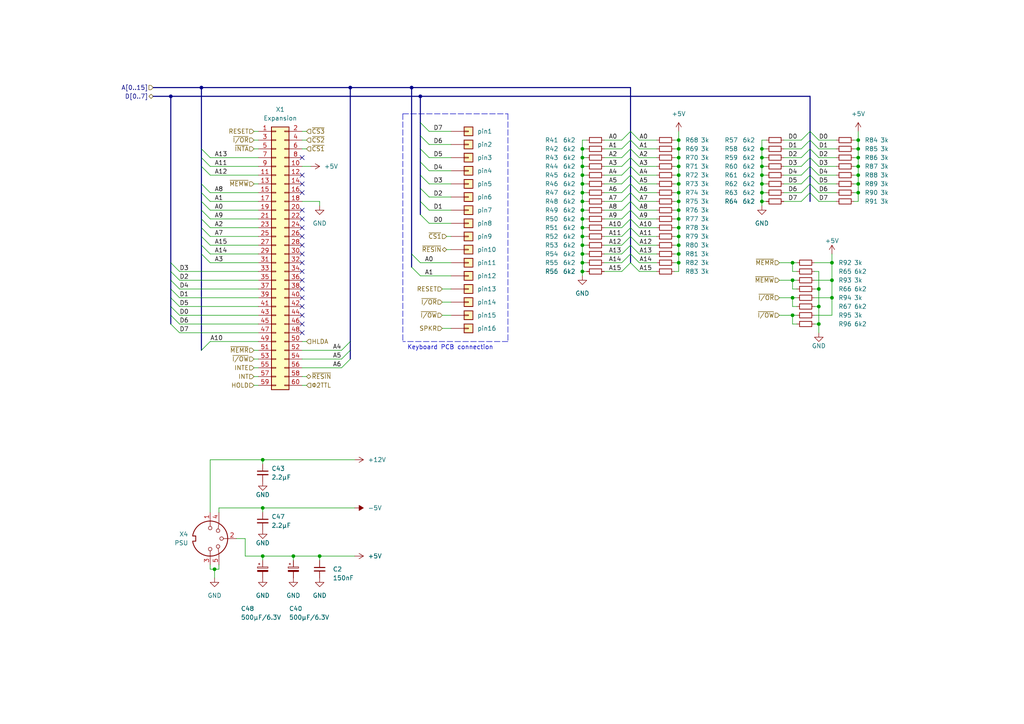
<source format=kicad_sch>
(kicad_sch (version 20211123) (generator eeschema)
  (paper "A4")
  (lib_symbols
    (symbol "Connector:DIN-5_180degree" (pin_names (offset 1.016))
      (property "Reference" "J" (at 3.175 5.715 0))
      (property "Value" "DIN-5_180degree" (at 0 -6.35 0))
      (symbol "DIN-5_180degree_1_1"
        (pin passive line (at -7.62 0 0) (length 2.54) (name "~") (number "1"))
        (pin passive line (at 0 7.62 270) (length 2.54) (name "~") (number "2"))
        (pin passive line (at 7.62 0 180) (length 2.54) (name "~") (number "3"))
        (pin passive line (at -7.62 2.54 0) (length 2.54) (name "~") (number "4"))
        (pin passive line (at 7.62 2.54 180) (length 2.54) (name "~") (number "5"))
      )
    )
    (symbol "Connector_Generic:Conn_01x01" (pin_numbers hide) (pin_names (offset 1.016) hide)
      (property "Reference" "J" (at 0 2.54 0))
      (property "Value" "Conn_01x01" (at 0 -2.54 0))
      (symbol "Conn_01x01_1_1"
        (pin passive line (at -5.08 0 0) (length 3.81) (name "Pin_1") (number "1"))
      )
    )
    (symbol "Connector_Generic:Conn_02x30_Odd_Even" (pin_names (offset 1.016) hide)
      (property "Reference" "J" (at 1.27 38.1 0))
      (property "Value" "Conn_02x30_Odd_Even" (at 1.27 -40.64 0))
      (symbol "Conn_02x30_Odd_Even_1_1"
        (pin passive line (at -5.08 35.56 0) (length 3.81) (name "Pin_1") (number "1"))
        (pin passive line (at 7.62 25.4 180) (length 3.81) (name "Pin_10") (number "10"))
        (pin passive line (at -5.08 22.86 0) (length 3.81) (name "Pin_11") (number "11"))
        (pin passive line (at 7.62 22.86 180) (length 3.81) (name "Pin_12") (number "12"))
        (pin passive line (at -5.08 20.32 0) (length 3.81) (name "Pin_13") (number "13"))
        (pin passive line (at 7.62 20.32 180) (length 3.81) (name "Pin_14") (number "14"))
        (pin passive line (at -5.08 17.78 0) (length 3.81) (name "Pin_15") (number "15"))
        (pin passive line (at 7.62 17.78 180) (length 3.81) (name "Pin_16") (number "16"))
        (pin passive line (at -5.08 15.24 0) (length 3.81) (name "Pin_17") (number "17"))
        (pin passive line (at 7.62 15.24 180) (length 3.81) (name "Pin_18") (number "18"))
        (pin passive line (at -5.08 12.7 0) (length 3.81) (name "Pin_19") (number "19"))
        (pin passive line (at 7.62 35.56 180) (length 3.81) (name "Pin_2") (number "2"))
        (pin passive line (at 7.62 12.7 180) (length 3.81) (name "Pin_20") (number "20"))
        (pin passive line (at -5.08 10.16 0) (length 3.81) (name "Pin_21") (number "21"))
        (pin passive line (at 7.62 10.16 180) (length 3.81) (name "Pin_22") (number "22"))
        (pin passive line (at -5.08 7.62 0) (length 3.81) (name "Pin_23") (number "23"))
        (pin passive line (at 7.62 7.62 180) (length 3.81) (name "Pin_24") (number "24"))
        (pin passive line (at -5.08 5.08 0) (length 3.81) (name "Pin_25") (number "25"))
        (pin passive line (at 7.62 5.08 180) (length 3.81) (name "Pin_26") (number "26"))
        (pin passive line (at -5.08 2.54 0) (length 3.81) (name "Pin_27") (number "27"))
        (pin passive line (at 7.62 2.54 180) (length 3.81) (name "Pin_28") (number "28"))
        (pin passive line (at -5.08 0 0) (length 3.81) (name "Pin_29") (number "29"))
        (pin passive line (at -5.08 33.02 0) (length 3.81) (name "Pin_3") (number "3"))
        (pin passive line (at 7.62 0 180) (length 3.81) (name "Pin_30") (number "30"))
        (pin passive line (at -5.08 -2.54 0) (length 3.81) (name "Pin_31") (number "31"))
        (pin passive line (at 7.62 -2.54 180) (length 3.81) (name "Pin_32") (number "32"))
        (pin passive line (at -5.08 -5.08 0) (length 3.81) (name "Pin_33") (number "33"))
        (pin passive line (at 7.62 -5.08 180) (length 3.81) (name "Pin_34") (number "34"))
        (pin passive line (at -5.08 -7.62 0) (length 3.81) (name "Pin_35") (number "35"))
        (pin passive line (at 7.62 -7.62 180) (length 3.81) (name "Pin_36") (number "36"))
        (pin passive line (at -5.08 -10.16 0) (length 3.81) (name "Pin_37") (number "37"))
        (pin passive line (at 7.62 -10.16 180) (length 3.81) (name "Pin_38") (number "38"))
        (pin passive line (at -5.08 -12.7 0) (length 3.81) (name "Pin_39") (number "39"))
        (pin passive line (at 7.62 33.02 180) (length 3.81) (name "Pin_4") (number "4"))
        (pin passive line (at 7.62 -12.7 180) (length 3.81) (name "Pin_40") (number "40"))
        (pin passive line (at -5.08 -15.24 0) (length 3.81) (name "Pin_41") (number "41"))
        (pin passive line (at 7.62 -15.24 180) (length 3.81) (name "Pin_42") (number "42"))
        (pin passive line (at -5.08 -17.78 0) (length 3.81) (name "Pin_43") (number "43"))
        (pin passive line (at 7.62 -17.78 180) (length 3.81) (name "Pin_44") (number "44"))
        (pin passive line (at -5.08 -20.32 0) (length 3.81) (name "Pin_45") (number "45"))
        (pin passive line (at 7.62 -20.32 180) (length 3.81) (name "Pin_46") (number "46"))
        (pin passive line (at -5.08 -22.86 0) (length 3.81) (name "Pin_47") (number "47"))
        (pin passive line (at 7.62 -22.86 180) (length 3.81) (name "Pin_48") (number "48"))
        (pin passive line (at -5.08 -25.4 0) (length 3.81) (name "Pin_49") (number "49"))
        (pin passive line (at -5.08 30.48 0) (length 3.81) (name "Pin_5") (number "5"))
        (pin passive line (at 7.62 -25.4 180) (length 3.81) (name "Pin_50") (number "50"))
        (pin passive line (at -5.08 -27.94 0) (length 3.81) (name "Pin_51") (number "51"))
        (pin passive line (at 7.62 -27.94 180) (length 3.81) (name "Pin_52") (number "52"))
        (pin passive line (at -5.08 -30.48 0) (length 3.81) (name "Pin_53") (number "53"))
        (pin passive line (at 7.62 -30.48 180) (length 3.81) (name "Pin_54") (number "54"))
        (pin passive line (at -5.08 -33.02 0) (length 3.81) (name "Pin_55") (number "55"))
        (pin passive line (at 7.62 -33.02 180) (length 3.81) (name "Pin_56") (number "56"))
        (pin passive line (at -5.08 -35.56 0) (length 3.81) (name "Pin_57") (number "57"))
        (pin passive line (at 7.62 -35.56 180) (length 3.81) (name "Pin_58") (number "58"))
        (pin passive line (at -5.08 -38.1 0) (length 3.81) (name "Pin_59") (number "59"))
        (pin passive line (at 7.62 30.48 180) (length 3.81) (name "Pin_6") (number "6"))
        (pin passive line (at 7.62 -38.1 180) (length 3.81) (name "Pin_60") (number "60"))
        (pin passive line (at -5.08 27.94 0) (length 3.81) (name "Pin_7") (number "7"))
        (pin passive line (at 7.62 27.94 180) (length 3.81) (name "Pin_8") (number "8"))
        (pin passive line (at -5.08 25.4 0) (length 3.81) (name "Pin_9") (number "9"))
      )
    )
    (symbol "Device:C_Polarized_Small" (pin_numbers hide) (pin_names (offset 0.254) hide)
      (property "Reference" "C" (at 0.254 1.778 0))
      (property "Value" "C_Polarized_Small" (at 0.254 -2.032 0))
      (symbol "C_Polarized_Small_1_1"
        (pin passive line (at 0 2.54 270) (length 1.8542) (name "~") (number "1"))
        (pin passive line (at 0 -2.54 90) (length 1.8542) (name "~") (number "2"))
      )
    )
    (symbol "Device:C_Small" (pin_numbers hide) (pin_names (offset 0.254) hide)
      (property "Reference" "C" (at 0.254 1.778 0))
      (property "Value" "C_Small" (at 0.254 -2.032 0))
      (symbol "C_Small_1_1"
        (pin passive line (at 0 2.54 270) (length 2.032) (name "~") (number "1"))
        (pin passive line (at 0 -2.54 90) (length 2.032) (name "~") (number "2"))
      )
    )
    (symbol "Device:R_Small" (pin_numbers hide) (pin_names (offset 0.254) hide)
      (property "Reference" "R" (at 0.762 0.508 0))
      (property "Value" "R_Small" (at 0.762 -1.016 0))
      (symbol "R_Small_1_1"
        (pin passive line (at 0 2.54 270) (length 0.762) (name "~") (number "1"))
        (pin passive line (at 0 -2.54 90) (length 0.762) (name "~") (number "2"))
      )
    )
    (symbol "power:+12V" (power) (pin_names (offset 0))
      (property "Value" "+12V" (at 0 3.556 0))
      (symbol "+12V_1_1"
        (pin power_in line (at 0 0 90) (length 0) hide (name "+12V") (number "1"))
      )
    )
    (symbol "power:+5V" (power) (pin_names (offset 0))
      (property "Value" "+5V" (at 0 3.556 0))
      (symbol "+5V_1_1"
        (pin power_in line (at 0 0 90) (length 0) hide (name "+5V") (number "1"))
      )
    )
    (symbol "power:-5V" (power) (pin_names (offset 0))
      (property "Value" "-5V" (at 0 3.81 0))
      (symbol "-5V_0_0"
        (pin power_in line (at 0 0 90) (length 0) hide (name "-5V") (number "1"))
      )
    )
    (symbol "power:GND" (power) (pin_names (offset 0))
      (property "Value" "GND" (at 0 -3.81 0))
      (symbol "GND_1_1"
        (pin power_in line (at 0 0 270) (length 0) hide (name "GND") (number "1"))
      )
    )
  )
  (junction (at 229.87 76.2))
  (junction (at 248.92 43.18))
  (junction (at 76.2 147.32))
  (junction (at 248.92 40.64))
  (junction (at 168.91 43.18))
  (junction (at 168.91 76.2))
  (junction (at 121.92 27.94))
  (junction (at 220.98 48.26))
  (junction (at 101.6 25.4))
  (junction (at 119.38 25.4))
  (junction (at 168.91 58.42))
  (junction (at 248.92 55.88))
  (junction (at 241.3 86.36))
  (junction (at 229.87 81.28))
  (junction (at 49.53 27.94))
  (junction (at 168.91 55.88))
  (junction (at 196.85 53.34))
  (junction (at 220.98 45.72))
  (junction (at 168.91 78.74))
  (junction (at 76.2 133.35))
  (junction (at 196.85 73.66))
  (junction (at 62.23 165.1))
  (junction (at 76.2 161.29))
  (junction (at 196.85 58.42))
  (junction (at 168.91 48.26))
  (junction (at 196.85 66.04))
  (junction (at 248.92 53.34))
  (junction (at 168.91 45.72))
  (junction (at 196.85 40.64))
  (junction (at 196.85 43.18))
  (junction (at 85.09 161.29))
  (junction (at 168.91 68.58))
  (junction (at 168.91 73.66))
  (junction (at 220.98 55.88))
  (junction (at 58.42 25.4))
  (junction (at 237.49 83.82))
  (junction (at 229.87 91.44))
  (junction (at 92.71 161.29))
  (junction (at 237.49 93.98))
  (junction (at 241.3 76.2))
  (junction (at 220.98 53.34))
  (junction (at 241.3 81.28))
  (junction (at 168.91 66.04))
  (junction (at 220.98 58.42))
  (junction (at 220.98 50.8))
  (junction (at 248.92 45.72))
  (junction (at 237.49 88.9))
  (junction (at 196.85 68.58))
  (junction (at 229.87 86.36))
  (junction (at 196.85 48.26))
  (junction (at 196.85 60.96))
  (junction (at 248.92 48.26))
  (junction (at 196.85 71.12))
  (junction (at 168.91 50.8))
  (junction (at 196.85 76.2))
  (junction (at 196.85 45.72))
  (junction (at 196.85 50.8))
  (junction (at 196.85 63.5))
  (junction (at 248.92 50.8))
  (junction (at 168.91 53.34))
  (junction (at 168.91 71.12))
  (junction (at 220.98 43.18))
  (junction (at 196.85 55.88))
  (junction (at 168.91 60.96))
  (junction (at 168.91 63.5))
  (no_connect (at 87.63 45.72))
  (no_connect (at 87.63 68.58))
  (no_connect (at 87.63 71.12))
  (no_connect (at 87.63 73.66))
  (no_connect (at 87.63 76.2))
  (no_connect (at 87.63 88.9))
  (no_connect (at 87.63 96.52))
  (no_connect (at 87.63 93.98))
  (no_connect (at 87.63 91.44))
  (no_connect (at 87.63 78.74))
  (no_connect (at 87.63 81.28))
  (no_connect (at 87.63 83.82))
  (no_connect (at 87.63 86.36))
  (no_connect (at 87.63 66.04))
  (no_connect (at 87.63 50.8))
  (no_connect (at 87.63 53.34))
  (no_connect (at 87.63 55.88))
  (no_connect (at 87.63 60.96))
  (no_connect (at 87.63 63.5))
  (bus_entry (at 232.41 43.18) (size 2.54 -2.54))
  (bus_entry (at 58.42 66.04) (size 2.54 2.54))
  (bus_entry (at 182.88 45.72) (size 2.54 2.54))
  (bus_entry (at 58.42 48.26) (size 2.54 2.54))
  (bus_entry (at 182.88 68.58) (size 2.54 2.54))
  (bus_entry (at 58.42 55.88) (size 2.54 2.54))
  (bus_entry (at 121.92 46.99) (size 2.54 2.54))
  (bus_entry (at 58.42 58.42) (size 2.54 2.54))
  (bus_entry (at 182.88 55.88) (size 2.54 2.54))
  (bus_entry (at 234.95 45.72) (size 2.54 2.54))
  (bus_entry (at 182.88 48.26) (size 2.54 2.54))
  (bus_entry (at 180.34 73.66) (size 2.54 -2.54))
  (bus_entry (at 180.34 43.18) (size 2.54 -2.54))
  (bus_entry (at 234.95 50.8) (size 2.54 2.54))
  (bus_entry (at 180.34 66.04) (size 2.54 -2.54))
  (bus_entry (at 182.88 73.66) (size 2.54 2.54))
  (bus_entry (at 232.41 58.42) (size 2.54 -2.54))
  (bus_entry (at 58.42 73.66) (size 2.54 2.54))
  (bus_entry (at 232.41 55.88) (size 2.54 -2.54))
  (bus_entry (at 234.95 40.64) (size 2.54 2.54))
  (bus_entry (at 49.53 76.2) (size 2.54 2.54))
  (bus_entry (at 58.42 63.5) (size 2.54 2.54))
  (bus_entry (at 58.42 43.18) (size 2.54 2.54))
  (bus_entry (at 182.88 60.96) (size 2.54 2.54))
  (bus_entry (at 180.34 58.42) (size 2.54 -2.54))
  (bus_entry (at 101.6 99.06) (size -2.54 2.54))
  (bus_entry (at 180.34 48.26) (size 2.54 -2.54))
  (bus_entry (at 101.6 104.14) (size -2.54 2.54))
  (bus_entry (at 49.53 86.36) (size 2.54 2.54))
  (bus_entry (at 180.34 55.88) (size 2.54 -2.54))
  (bus_entry (at 234.95 55.88) (size 2.54 2.54))
  (bus_entry (at 182.88 76.2) (size 2.54 2.54))
  (bus_entry (at 49.53 91.44) (size 2.54 2.54))
  (bus_entry (at 234.95 48.26) (size 2.54 2.54))
  (bus_entry (at 180.34 60.96) (size 2.54 -2.54))
  (bus_entry (at 180.34 45.72) (size 2.54 -2.54))
  (bus_entry (at 182.88 58.42) (size 2.54 2.54))
  (bus_entry (at 58.42 53.34) (size 2.54 2.54))
  (bus_entry (at 49.53 81.28) (size 2.54 2.54))
  (bus_entry (at 180.34 40.64) (size 2.54 -2.54))
  (bus_entry (at 182.88 66.04) (size 2.54 2.54))
  (bus_entry (at 121.92 58.42) (size 2.54 2.54))
  (bus_entry (at 234.95 43.18) (size 2.54 2.54))
  (bus_entry (at 232.41 50.8) (size 2.54 -2.54))
  (bus_entry (at 232.41 48.26) (size 2.54 -2.54))
  (bus_entry (at 180.34 78.74) (size 2.54 -2.54))
  (bus_entry (at 101.6 101.6) (size -2.54 2.54))
  (bus_entry (at 232.41 40.64) (size 2.54 -2.54))
  (bus_entry (at 121.92 39.37) (size 2.54 2.54))
  (bus_entry (at 180.34 53.34) (size 2.54 -2.54))
  (bus_entry (at 234.95 38.1) (size 2.54 2.54))
  (bus_entry (at 49.53 78.74) (size 2.54 2.54))
  (bus_entry (at 121.92 62.23) (size 2.54 2.54))
  (bus_entry (at 234.95 53.34) (size 2.54 2.54))
  (bus_entry (at 49.53 93.98) (size 2.54 2.54))
  (bus_entry (at 121.92 50.8) (size 2.54 2.54))
  (bus_entry (at 182.88 71.12) (size 2.54 2.54))
  (bus_entry (at 121.92 35.56) (size 2.54 2.54))
  (bus_entry (at 121.92 43.18) (size 2.54 2.54))
  (bus_entry (at 180.34 50.8) (size 2.54 -2.54))
  (bus_entry (at 232.41 53.34) (size 2.54 -2.54))
  (bus_entry (at 58.42 71.12) (size 2.54 2.54))
  (bus_entry (at 180.34 76.2) (size 2.54 -2.54))
  (bus_entry (at 180.34 71.12) (size 2.54 -2.54))
  (bus_entry (at 182.88 50.8) (size 2.54 2.54))
  (bus_entry (at 119.38 73.66) (size 2.54 2.54))
  (bus_entry (at 119.38 77.47) (size 2.54 2.54))
  (bus_entry (at 232.41 45.72) (size 2.54 -2.54))
  (bus_entry (at 182.88 63.5) (size 2.54 2.54))
  (bus_entry (at 58.42 101.6) (size 2.54 -2.54))
  (bus_entry (at 180.34 68.58) (size 2.54 -2.54))
  (bus_entry (at 58.42 60.96) (size 2.54 2.54))
  (bus_entry (at 182.88 53.34) (size 2.54 2.54))
  (bus_entry (at 182.88 38.1) (size 2.54 2.54))
  (bus_entry (at 180.34 63.5) (size 2.54 -2.54))
  (bus_entry (at 182.88 40.64) (size 2.54 2.54))
  (bus_entry (at 121.92 54.61) (size 2.54 2.54))
  (bus_entry (at 58.42 45.72) (size 2.54 2.54))
  (bus_entry (at 49.53 83.82) (size 2.54 2.54))
  (bus_entry (at 182.88 43.18) (size 2.54 2.54))
  (bus_entry (at 49.53 88.9) (size 2.54 2.54))
  (bus_entry (at 58.42 68.58) (size 2.54 2.54))
  (polyline (pts (xy 147.32 99.06) (xy 116.84 99.06)))
  (wire (pts (xy 222.25 50.8) (xy 220.98 50.8)))
  (wire (pts (xy 73.66 104.14) (xy 74.93 104.14)))
  (wire (pts (xy 195.58 66.04) (xy 196.85 66.04)))
  (bus (pts (xy 234.95 53.34) (xy 234.95 50.8)))
  (wire (pts (xy 76.2 147.32) (xy 102.87 147.32)))
  (wire (pts (xy 222.25 53.34) (xy 220.98 53.34)))
  (wire (pts (xy 76.2 147.32) (xy 76.2 148.59)))
  (bus (pts (xy 182.88 71.12) (xy 182.88 68.58)))
  (wire (pts (xy 52.07 91.44) (xy 74.93 91.44)))
  (bus (pts (xy 182.88 50.8) (xy 182.88 48.26)))
  (wire (pts (xy 60.96 45.72) (xy 74.93 45.72)))
  (wire (pts (xy 175.26 76.2) (xy 180.34 76.2)))
  (wire (pts (xy 60.96 48.26) (xy 74.93 48.26)))
  (bus (pts (xy 182.88 58.42) (xy 182.88 55.88)))
  (wire (pts (xy 60.96 71.12) (xy 74.93 71.12)))
  (wire (pts (xy 62.23 165.1) (xy 63.5 165.1)))
  (wire (pts (xy 73.66 111.76) (xy 74.93 111.76)))
  (wire (pts (xy 195.58 63.5) (xy 196.85 63.5)))
  (wire (pts (xy 196.85 76.2) (xy 196.85 73.66)))
  (wire (pts (xy 73.66 53.34) (xy 74.93 53.34)))
  (wire (pts (xy 185.42 43.18) (xy 190.5 43.18)))
  (wire (pts (xy 63.5 147.32) (xy 76.2 147.32)))
  (wire (pts (xy 247.65 43.18) (xy 248.92 43.18)))
  (bus (pts (xy 182.88 68.58) (xy 182.88 66.04)))
  (wire (pts (xy 60.96 73.66) (xy 74.93 73.66)))
  (wire (pts (xy 71.12 156.21) (xy 71.12 161.29)))
  (wire (pts (xy 196.85 45.72) (xy 196.85 43.18)))
  (wire (pts (xy 195.58 55.88) (xy 196.85 55.88)))
  (wire (pts (xy 229.87 91.44) (xy 229.87 93.98)))
  (wire (pts (xy 60.96 60.96) (xy 74.93 60.96)))
  (wire (pts (xy 195.58 76.2) (xy 196.85 76.2)))
  (wire (pts (xy 129.54 68.58) (xy 130.81 68.58)))
  (wire (pts (xy 241.3 81.28) (xy 241.3 76.2)))
  (wire (pts (xy 220.98 58.42) (xy 220.98 59.69)))
  (wire (pts (xy 229.87 91.44) (xy 231.14 91.44)))
  (wire (pts (xy 87.63 38.1) (xy 88.9 38.1)))
  (wire (pts (xy 85.09 162.56) (xy 85.09 161.29)))
  (wire (pts (xy 52.07 83.82) (xy 74.93 83.82)))
  (wire (pts (xy 248.92 40.64) (xy 247.65 40.64)))
  (wire (pts (xy 60.96 66.04) (xy 74.93 66.04)))
  (wire (pts (xy 168.91 66.04) (xy 170.18 66.04)))
  (wire (pts (xy 87.63 40.64) (xy 88.9 40.64)))
  (wire (pts (xy 237.49 83.82) (xy 237.49 88.9)))
  (wire (pts (xy 175.26 48.26) (xy 180.34 48.26)))
  (wire (pts (xy 226.06 81.28) (xy 229.87 81.28)))
  (bus (pts (xy 58.42 60.96) (xy 58.42 58.42)))
  (wire (pts (xy 195.58 58.42) (xy 196.85 58.42)))
  (wire (pts (xy 62.23 165.1) (xy 62.23 167.64)))
  (wire (pts (xy 196.85 73.66) (xy 196.85 71.12)))
  (wire (pts (xy 76.2 162.56) (xy 76.2 161.29)))
  (wire (pts (xy 185.42 40.64) (xy 190.5 40.64)))
  (wire (pts (xy 220.98 50.8) (xy 220.98 53.34)))
  (wire (pts (xy 195.58 68.58) (xy 196.85 68.58)))
  (wire (pts (xy 236.22 93.98) (xy 237.49 93.98)))
  (wire (pts (xy 236.22 91.44) (xy 241.3 91.44)))
  (bus (pts (xy 121.92 58.42) (xy 121.92 62.23)))
  (wire (pts (xy 68.58 156.21) (xy 71.12 156.21)))
  (bus (pts (xy 58.42 53.34) (xy 58.42 48.26)))
  (bus (pts (xy 49.53 81.28) (xy 49.53 78.74)))
  (wire (pts (xy 195.58 43.18) (xy 196.85 43.18)))
  (wire (pts (xy 195.58 78.74) (xy 196.85 78.74)))
  (wire (pts (xy 185.42 53.34) (xy 190.5 53.34)))
  (wire (pts (xy 185.42 73.66) (xy 190.5 73.66)))
  (wire (pts (xy 196.85 43.18) (xy 196.85 40.64)))
  (wire (pts (xy 73.66 38.1) (xy 74.93 38.1)))
  (wire (pts (xy 236.22 76.2) (xy 241.3 76.2)))
  (wire (pts (xy 52.07 96.52) (xy 74.93 96.52)))
  (polyline (pts (xy 116.84 33.02) (xy 147.32 33.02)))
  (wire (pts (xy 185.42 71.12) (xy 190.5 71.12)))
  (wire (pts (xy 222.25 55.88) (xy 220.98 55.88)))
  (wire (pts (xy 241.3 81.28) (xy 241.3 86.36)))
  (wire (pts (xy 60.96 163.83) (xy 60.96 165.1)))
  (wire (pts (xy 247.65 45.72) (xy 248.92 45.72)))
  (wire (pts (xy 196.85 71.12) (xy 196.85 68.58)))
  (wire (pts (xy 236.22 81.28) (xy 241.3 81.28)))
  (wire (pts (xy 196.85 53.34) (xy 196.85 50.8)))
  (bus (pts (xy 234.95 45.72) (xy 234.95 43.18)))
  (wire (pts (xy 175.26 40.64) (xy 180.34 40.64)))
  (wire (pts (xy 92.71 161.29) (xy 92.71 162.56)))
  (bus (pts (xy 121.92 39.37) (xy 121.92 43.18)))
  (wire (pts (xy 231.14 78.74) (xy 229.87 78.74)))
  (wire (pts (xy 185.42 48.26) (xy 190.5 48.26)))
  (wire (pts (xy 175.26 68.58) (xy 180.34 68.58)))
  (wire (pts (xy 196.85 50.8) (xy 196.85 48.26)))
  (wire (pts (xy 124.46 38.1) (xy 130.81 38.1)))
  (bus (pts (xy 234.95 38.1) (xy 234.95 27.94)))
  (wire (pts (xy 124.46 45.72) (xy 130.81 45.72)))
  (wire (pts (xy 73.66 101.6) (xy 74.93 101.6)))
  (bus (pts (xy 234.95 43.18) (xy 234.95 40.64)))
  (wire (pts (xy 195.58 45.72) (xy 196.85 45.72)))
  (wire (pts (xy 76.2 133.35) (xy 102.87 133.35)))
  (wire (pts (xy 248.92 58.42) (xy 248.92 55.88)))
  (bus (pts (xy 49.53 27.94) (xy 121.92 27.94)))
  (wire (pts (xy 168.91 71.12) (xy 170.18 71.12)))
  (wire (pts (xy 185.42 50.8) (xy 190.5 50.8)))
  (wire (pts (xy 168.91 53.34) (xy 168.91 55.88)))
  (wire (pts (xy 76.2 161.29) (xy 85.09 161.29)))
  (wire (pts (xy 60.96 50.8) (xy 74.93 50.8)))
  (wire (pts (xy 168.91 55.88) (xy 168.91 58.42)))
  (wire (pts (xy 168.91 48.26) (xy 168.91 50.8)))
  (wire (pts (xy 196.85 55.88) (xy 196.85 53.34)))
  (wire (pts (xy 87.63 111.76) (xy 88.9 111.76)))
  (wire (pts (xy 168.91 58.42) (xy 168.91 60.96)))
  (wire (pts (xy 168.91 76.2) (xy 170.18 76.2)))
  (wire (pts (xy 52.07 86.36) (xy 74.93 86.36)))
  (wire (pts (xy 185.42 55.88) (xy 190.5 55.88)))
  (wire (pts (xy 195.58 53.34) (xy 196.85 53.34)))
  (wire (pts (xy 226.06 86.36) (xy 229.87 86.36)))
  (wire (pts (xy 168.91 78.74) (xy 170.18 78.74)))
  (bus (pts (xy 58.42 71.12) (xy 58.42 68.58)))
  (wire (pts (xy 220.98 53.34) (xy 220.98 55.88)))
  (bus (pts (xy 182.88 25.4) (xy 119.38 25.4)))
  (wire (pts (xy 247.65 55.88) (xy 248.92 55.88)))
  (wire (pts (xy 185.42 68.58) (xy 190.5 68.58)))
  (bus (pts (xy 49.53 93.98) (xy 49.53 91.44)))
  (polyline (pts (xy 116.84 33.02) (xy 116.84 99.06)))
  (wire (pts (xy 231.14 83.82) (xy 229.87 83.82)))
  (wire (pts (xy 175.26 50.8) (xy 180.34 50.8)))
  (wire (pts (xy 195.58 73.66) (xy 196.85 73.66)))
  (wire (pts (xy 247.65 48.26) (xy 248.92 48.26)))
  (bus (pts (xy 121.92 43.18) (xy 121.92 46.99)))
  (bus (pts (xy 182.88 73.66) (xy 182.88 71.12)))
  (wire (pts (xy 87.63 43.18) (xy 88.9 43.18)))
  (bus (pts (xy 49.53 78.74) (xy 49.53 76.2)))
  (wire (pts (xy 196.85 66.04) (xy 196.85 63.5)))
  (wire (pts (xy 170.18 55.88) (xy 168.91 55.88)))
  (bus (pts (xy 49.53 76.2) (xy 49.53 27.94)))
  (bus (pts (xy 58.42 45.72) (xy 58.42 43.18)))
  (wire (pts (xy 247.65 58.42) (xy 248.92 58.42)))
  (wire (pts (xy 52.07 78.74) (xy 74.93 78.74)))
  (wire (pts (xy 222.25 43.18) (xy 220.98 43.18)))
  (wire (pts (xy 236.22 88.9) (xy 237.49 88.9)))
  (wire (pts (xy 170.18 40.64) (xy 168.91 40.64)))
  (wire (pts (xy 129.54 72.39) (xy 130.81 72.39)))
  (wire (pts (xy 220.98 43.18) (xy 220.98 45.72)))
  (wire (pts (xy 76.2 133.35) (xy 76.2 134.62)))
  (wire (pts (xy 241.3 76.2) (xy 241.3 73.66)))
  (wire (pts (xy 248.92 45.72) (xy 248.92 43.18)))
  (wire (pts (xy 196.85 38.1) (xy 196.85 40.64)))
  (wire (pts (xy 222.25 58.42) (xy 220.98 58.42)))
  (bus (pts (xy 49.53 88.9) (xy 49.53 86.36)))
  (wire (pts (xy 168.91 63.5) (xy 168.91 66.04)))
  (wire (pts (xy 175.26 71.12) (xy 180.34 71.12)))
  (wire (pts (xy 168.91 43.18) (xy 168.91 45.72)))
  (wire (pts (xy 92.71 161.29) (xy 102.87 161.29)))
  (bus (pts (xy 121.92 54.61) (xy 121.92 58.42)))
  (wire (pts (xy 248.92 48.26) (xy 248.92 45.72)))
  (wire (pts (xy 237.49 93.98) (xy 237.49 96.52)))
  (wire (pts (xy 73.66 43.18) (xy 74.93 43.18)))
  (wire (pts (xy 227.33 53.34) (xy 232.41 53.34)))
  (wire (pts (xy 168.91 60.96) (xy 168.91 63.5)))
  (wire (pts (xy 170.18 58.42) (xy 168.91 58.42)))
  (wire (pts (xy 128.27 83.82) (xy 130.81 83.82)))
  (wire (pts (xy 168.91 66.04) (xy 168.91 68.58)))
  (bus (pts (xy 58.42 73.66) (xy 58.42 71.12)))
  (wire (pts (xy 220.98 45.72) (xy 220.98 48.26)))
  (wire (pts (xy 226.06 76.2) (xy 229.87 76.2)))
  (wire (pts (xy 185.42 60.96) (xy 190.5 60.96)))
  (bus (pts (xy 182.88 53.34) (xy 182.88 50.8)))
  (bus (pts (xy 182.88 66.04) (xy 182.88 63.5)))
  (wire (pts (xy 170.18 48.26) (xy 168.91 48.26)))
  (wire (pts (xy 60.96 63.5) (xy 74.93 63.5)))
  (wire (pts (xy 247.65 50.8) (xy 248.92 50.8)))
  (wire (pts (xy 248.92 55.88) (xy 248.92 53.34)))
  (bus (pts (xy 101.6 99.06) (xy 101.6 25.4)))
  (wire (pts (xy 170.18 53.34) (xy 168.91 53.34)))
  (wire (pts (xy 168.91 50.8) (xy 168.91 53.34)))
  (bus (pts (xy 121.92 27.94) (xy 121.92 35.56)))
  (wire (pts (xy 195.58 71.12) (xy 196.85 71.12)))
  (bus (pts (xy 49.53 91.44) (xy 49.53 88.9)))
  (wire (pts (xy 185.42 45.72) (xy 190.5 45.72)))
  (wire (pts (xy 168.91 78.74) (xy 168.91 80.01)))
  (wire (pts (xy 229.87 76.2) (xy 231.14 76.2)))
  (bus (pts (xy 101.6 25.4) (xy 58.42 25.4)))
  (bus (pts (xy 121.92 46.99) (xy 121.92 50.8)))
  (wire (pts (xy 168.91 76.2) (xy 168.91 78.74)))
  (wire (pts (xy 124.46 53.34) (xy 130.81 53.34)))
  (wire (pts (xy 170.18 60.96) (xy 168.91 60.96)))
  (wire (pts (xy 87.63 48.26) (xy 90.17 48.26)))
  (wire (pts (xy 248.92 43.18) (xy 248.92 40.64)))
  (wire (pts (xy 52.07 81.28) (xy 74.93 81.28)))
  (bus (pts (xy 182.88 76.2) (xy 182.88 73.66)))
  (wire (pts (xy 73.66 106.68) (xy 74.93 106.68)))
  (wire (pts (xy 196.85 58.42) (xy 196.85 55.88)))
  (wire (pts (xy 87.63 99.06) (xy 88.9 99.06)))
  (wire (pts (xy 227.33 43.18) (xy 232.41 43.18)))
  (wire (pts (xy 220.98 55.88) (xy 220.98 58.42)))
  (wire (pts (xy 73.66 109.22) (xy 74.93 109.22)))
  (wire (pts (xy 168.91 73.66) (xy 168.91 76.2)))
  (wire (pts (xy 185.42 58.42) (xy 190.5 58.42)))
  (wire (pts (xy 128.27 95.25) (xy 130.81 95.25)))
  (wire (pts (xy 231.14 93.98) (xy 229.87 93.98)))
  (wire (pts (xy 248.92 38.1) (xy 248.92 40.64)))
  (wire (pts (xy 237.49 53.34) (xy 242.57 53.34)))
  (wire (pts (xy 124.46 41.91) (xy 130.81 41.91)))
  (wire (pts (xy 185.42 63.5) (xy 190.5 63.5)))
  (wire (pts (xy 248.92 53.34) (xy 248.92 50.8)))
  (wire (pts (xy 222.25 48.26) (xy 220.98 48.26)))
  (wire (pts (xy 237.49 43.18) (xy 242.57 43.18)))
  (wire (pts (xy 196.85 60.96) (xy 196.85 58.42)))
  (bus (pts (xy 58.42 55.88) (xy 58.42 53.34)))
  (wire (pts (xy 52.07 88.9) (xy 74.93 88.9)))
  (wire (pts (xy 237.49 78.74) (xy 237.49 83.82)))
  (bus (pts (xy 119.38 77.47) (xy 119.38 73.66)))
  (wire (pts (xy 237.49 58.42) (xy 242.57 58.42)))
  (wire (pts (xy 168.91 40.64) (xy 168.91 43.18)))
  (bus (pts (xy 101.6 104.14) (xy 101.6 101.6)))
  (wire (pts (xy 63.5 148.59) (xy 63.5 147.32)))
  (wire (pts (xy 195.58 48.26) (xy 196.85 48.26)))
  (wire (pts (xy 168.91 68.58) (xy 170.18 68.58)))
  (bus (pts (xy 182.88 43.18) (xy 182.88 40.64)))
  (wire (pts (xy 229.87 83.82) (xy 229.87 81.28)))
  (bus (pts (xy 234.95 50.8) (xy 234.95 48.26)))
  (wire (pts (xy 128.27 87.63) (xy 130.81 87.63)))
  (wire (pts (xy 241.3 86.36) (xy 241.3 91.44)))
  (wire (pts (xy 60.96 76.2) (xy 74.93 76.2)))
  (wire (pts (xy 60.96 165.1) (xy 62.23 165.1)))
  (wire (pts (xy 229.87 86.36) (xy 229.87 88.9)))
  (bus (pts (xy 182.88 40.64) (xy 182.88 38.1)))
  (bus (pts (xy 182.88 60.96) (xy 182.88 58.42)))
  (wire (pts (xy 60.96 148.59) (xy 60.96 133.35)))
  (wire (pts (xy 121.92 76.2) (xy 130.81 76.2)))
  (wire (pts (xy 196.85 48.26) (xy 196.85 45.72)))
  (bus (pts (xy 58.42 68.58) (xy 58.42 66.04)))
  (wire (pts (xy 222.25 40.64) (xy 220.98 40.64)))
  (wire (pts (xy 237.49 50.8) (xy 242.57 50.8)))
  (wire (pts (xy 124.46 60.96) (xy 130.81 60.96)))
  (bus (pts (xy 58.42 48.26) (xy 58.42 45.72)))
  (wire (pts (xy 229.87 78.74) (xy 229.87 76.2)))
  (wire (pts (xy 85.09 161.29) (xy 92.71 161.29)))
  (wire (pts (xy 185.42 66.04) (xy 190.5 66.04)))
  (wire (pts (xy 73.66 40.64) (xy 74.93 40.64)))
  (bus (pts (xy 58.42 58.42) (xy 58.42 55.88)))
  (wire (pts (xy 168.91 73.66) (xy 170.18 73.66)))
  (polyline (pts (xy 147.32 33.02) (xy 147.32 99.06)))
  (wire (pts (xy 231.14 88.9) (xy 229.87 88.9)))
  (wire (pts (xy 175.26 66.04) (xy 180.34 66.04)))
  (wire (pts (xy 87.63 101.6) (xy 99.06 101.6)))
  (wire (pts (xy 124.46 49.53) (xy 130.81 49.53)))
  (bus (pts (xy 58.42 63.5) (xy 58.42 60.96)))
  (wire (pts (xy 222.25 45.72) (xy 220.98 45.72)))
  (wire (pts (xy 196.85 78.74) (xy 196.85 76.2)))
  (bus (pts (xy 182.88 63.5) (xy 182.88 60.96)))
  (wire (pts (xy 175.26 63.5) (xy 180.34 63.5)))
  (bus (pts (xy 182.88 48.26) (xy 182.88 45.72)))
  (wire (pts (xy 247.65 53.34) (xy 248.92 53.34)))
  (bus (pts (xy 49.53 86.36) (xy 49.53 83.82)))
  (wire (pts (xy 60.96 58.42) (xy 74.93 58.42)))
  (bus (pts (xy 234.95 55.88) (xy 234.95 53.34)))
  (wire (pts (xy 196.85 63.5) (xy 196.85 60.96)))
  (wire (pts (xy 227.33 40.64) (xy 232.41 40.64)))
  (bus (pts (xy 44.45 25.4) (xy 58.42 25.4)))
  (wire (pts (xy 227.33 50.8) (xy 232.41 50.8)))
  (bus (pts (xy 182.88 55.88) (xy 182.88 53.34)))
  (wire (pts (xy 237.49 55.88) (xy 242.57 55.88)))
  (wire (pts (xy 227.33 55.88) (xy 232.41 55.88)))
  (wire (pts (xy 175.26 60.96) (xy 180.34 60.96)))
  (bus (pts (xy 58.42 66.04) (xy 58.42 63.5)))
  (bus (pts (xy 182.88 38.1) (xy 182.88 25.4)))
  (bus (pts (xy 234.95 27.94) (xy 121.92 27.94)))
  (wire (pts (xy 60.96 55.88) (xy 74.93 55.88)))
  (wire (pts (xy 229.87 86.36) (xy 231.14 86.36)))
  (wire (pts (xy 60.96 68.58) (xy 74.93 68.58)))
  (bus (pts (xy 119.38 25.4) (xy 101.6 25.4)))
  (wire (pts (xy 185.42 78.74) (xy 190.5 78.74)))
  (wire (pts (xy 195.58 50.8) (xy 196.85 50.8)))
  (wire (pts (xy 92.71 59.69) (xy 92.71 58.42)))
  (wire (pts (xy 128.27 91.44) (xy 130.81 91.44)))
  (wire (pts (xy 248.92 50.8) (xy 248.92 48.26)))
  (wire (pts (xy 168.91 71.12) (xy 168.91 73.66)))
  (wire (pts (xy 168.91 68.58) (xy 168.91 71.12)))
  (wire (pts (xy 196.85 40.64) (xy 195.58 40.64)))
  (wire (pts (xy 87.63 109.22) (xy 88.9 109.22)))
  (wire (pts (xy 229.87 81.28) (xy 231.14 81.28)))
  (wire (pts (xy 121.92 80.01) (xy 130.81 80.01)))
  (wire (pts (xy 236.22 78.74) (xy 237.49 78.74)))
  (wire (pts (xy 52.07 93.98) (xy 74.93 93.98)))
  (wire (pts (xy 63.5 165.1) (xy 63.5 163.83)))
  (wire (pts (xy 60.96 99.06) (xy 74.93 99.06)))
  (wire (pts (xy 227.33 45.72) (xy 232.41 45.72)))
  (wire (pts (xy 168.91 63.5) (xy 170.18 63.5)))
  (wire (pts (xy 220.98 40.64) (xy 220.98 43.18)))
  (wire (pts (xy 237.49 88.9) (xy 237.49 93.98)))
  (bus (pts (xy 44.45 27.94) (xy 49.53 27.94)))
  (bus (pts (xy 234.95 48.26) (xy 234.95 45.72)))
  (wire (pts (xy 71.12 161.29) (xy 76.2 161.29)))
  (wire (pts (xy 236.22 83.82) (xy 237.49 83.82)))
  (wire (pts (xy 170.18 45.72) (xy 168.91 45.72)))
  (wire (pts (xy 175.26 73.66) (xy 180.34 73.66)))
  (bus (pts (xy 182.88 45.72) (xy 182.88 43.18)))
  (wire (pts (xy 175.26 78.74) (xy 180.34 78.74)))
  (bus (pts (xy 121.92 50.8) (xy 121.92 54.61)))
  (wire (pts (xy 237.49 40.64) (xy 242.57 40.64)))
  (wire (pts (xy 226.06 91.44) (xy 229.87 91.44)))
  (wire (pts (xy 195.58 60.96) (xy 196.85 60.96)))
  (wire (pts (xy 124.46 57.15) (xy 130.81 57.15)))
  (wire (pts (xy 170.18 43.18) (xy 168.91 43.18)))
  (bus (pts (xy 49.53 83.82) (xy 49.53 81.28)))
  (bus (pts (xy 58.42 43.18) (xy 58.42 25.4)))
  (wire (pts (xy 175.26 45.72) (xy 180.34 45.72)))
  (bus (pts (xy 101.6 101.6) (xy 101.6 99.06)))
  (wire (pts (xy 175.26 53.34) (xy 180.34 53.34)))
  (wire (pts (xy 220.98 48.26) (xy 220.98 50.8)))
  (wire (pts (xy 92.71 58.42) (xy 87.63 58.42)))
  (bus (pts (xy 121.92 35.56) (xy 121.92 39.37)))
  (wire (pts (xy 236.22 86.36) (xy 241.3 86.36)))
  (wire (pts (xy 237.49 48.26) (xy 242.57 48.26)))
  (wire (pts (xy 227.33 48.26) (xy 232.41 48.26)))
  (bus (pts (xy 234.95 40.64) (xy 234.95 38.1)))
  (wire (pts (xy 175.26 43.18) (xy 180.34 43.18)))
  (wire (pts (xy 237.49 45.72) (xy 242.57 45.72)))
  (wire (pts (xy 170.18 50.8) (xy 168.91 50.8)))
  (bus (pts (xy 119.38 73.66) (xy 119.38 25.4)))
  (wire (pts (xy 185.42 76.2) (xy 190.5 76.2)))
  (bus (pts (xy 234.95 58.42) (xy 234.95 55.88)))
  (wire (pts (xy 175.26 55.88) (xy 180.34 55.88)))
  (wire (pts (xy 60.96 133.35) (xy 76.2 133.35)))
  (wire (pts (xy 227.33 58.42) (xy 232.41 58.42)))
  (wire (pts (xy 87.63 106.68) (xy 99.06 106.68)))
  (bus (pts (xy 58.42 73.66) (xy 58.42 101.6)))
  (wire (pts (xy 87.63 104.14) (xy 99.06 104.14)))
  (wire (pts (xy 124.46 64.77) (xy 130.81 64.77)))
  (wire (pts (xy 196.85 68.58) (xy 196.85 66.04)))
  (wire (pts (xy 175.26 58.42) (xy 180.34 58.42)))
  (wire (pts (xy 168.91 45.72) (xy 168.91 48.26)))
  (text "Keyboard PCB connection" (at 118.11 101.6 0) (effects (font (size 1.27 1.27)) (justify left bottom)))
  (label "A11" (at 185.42 68.58 0))
  (label "A1" (at 185.42 43.18 0))
  (label "D2" (at 125.73 57.15 0))
  (label "A12" (at 185.42 71.12 0))
  (label "D7" (at 52.07 96.52 0))
  (label "A6" (at 96.52 106.68 0))
  (label "D3" (at 228.6 48.26 0))
  (label "D6" (at 125.73 41.91 0))
  (label "D0" (at 228.6 40.64 0))
  (label "A5" (at 176.53 53.34 0))
  (label "A0" (at 62.23 60.96 0))
  (label "A2" (at 176.53 45.72 0))
  (label "A3" (at 185.42 48.26 0))
  (label "D2" (at 52.07 81.28 0))
  (label "D0" (at 52.07 91.44 0))
  (label "A8" (at 176.53 60.96 0))
  (label "D6" (at 52.07 93.98 0))
  (label "A7" (at 62.23 68.58 0))
  (label "D1" (at 125.73 60.96 0))
  (label "D3" (at 52.07 78.74 0))
  (label "A2" (at 62.23 66.04 0))
  (label "A0" (at 185.42 40.64 0))
  (label "A15" (at 185.42 78.74 0))
  (label "A4" (at 185.42 50.8 0))
  (label "D0" (at 125.73 64.77 0))
  (label "A13" (at 62.23 45.72 0))
  (label "A14" (at 185.42 76.2 0))
  (label "A6" (at 176.53 55.88 0))
  (label "D5" (at 228.6 53.34 0))
  (label "A8" (at 185.42 60.96 0))
  (label "A12" (at 176.53 71.12 0))
  (label "A14" (at 62.23 73.66 0))
  (label "A10" (at 60.96 99.06 0))
  (label "A0" (at 123.19 76.2 0))
  (label "A7" (at 176.53 58.42 0))
  (label "A15" (at 62.23 71.12 0))
  (label "A2" (at 185.42 45.72 0))
  (label "D1" (at 237.49 43.18 0))
  (label "A4" (at 96.52 101.6 0))
  (label "D1" (at 228.6 43.18 0))
  (label "D1" (at 52.07 86.36 0))
  (label "A0" (at 176.53 40.64 0))
  (label "D3" (at 237.49 48.26 0))
  (label "A4" (at 176.53 50.8 0))
  (label "A9" (at 185.42 63.5 0))
  (label "D4" (at 52.07 83.82 0))
  (label "A5" (at 185.42 53.34 0))
  (label "D5" (at 237.49 53.34 0))
  (label "A1" (at 176.53 43.18 0))
  (label "A6" (at 185.42 55.88 0))
  (label "A1" (at 62.23 58.42 0))
  (label "D2" (at 228.6 45.72 0))
  (label "A11" (at 62.23 48.26 0))
  (label "D2" (at 237.49 45.72 0))
  (label "D4" (at 237.49 50.8 0))
  (label "D7" (at 228.6 58.42 0))
  (label "A10" (at 185.42 66.04 0))
  (label "D4" (at 125.73 49.53 0))
  (label "D3" (at 125.73 53.34 0))
  (label "A5" (at 96.52 104.14 0))
  (label "D6" (at 237.49 55.88 0))
  (label "A9" (at 176.53 63.5 0))
  (label "A7" (at 185.42 58.42 0))
  (label "D7" (at 125.73 38.1 0))
  (label "D5" (at 52.07 88.9 0))
  (label "D0" (at 237.49 40.64 0))
  (label "A10" (at 176.53 66.04 0))
  (label "D4" (at 228.6 50.8 0))
  (label "D7" (at 237.49 58.42 0))
  (label "A12" (at 62.23 50.8 0))
  (label "D5" (at 125.73 45.72 0))
  (label "A13" (at 176.53 73.66 0))
  (label "A9" (at 62.23 63.5 0))
  (label "A3" (at 176.53 48.26 0))
  (label "A3" (at 62.23 76.2 0))
  (label "D6" (at 228.6 55.88 0))
  (label "A11" (at 176.53 68.58 0))
  (label "A1" (at 123.19 80.01 0))
  (label "A15" (at 176.53 78.74 0))
  (label "A14" (at 176.53 76.2 0))
  (label "A13" (at 185.42 73.66 0))
  (label "A8" (at 62.23 55.88 0))
  (hierarchical_label "~{I{slash}OR}" (shape input) (at 128.27 87.63 180))
  (hierarchical_label "~{CS1}" (shape input) (at 129.54 68.58 180))
  (hierarchical_label "~{I{slash}OW}" (shape input) (at 128.27 91.44 180))
  (hierarchical_label "~{CS2}" (shape input) (at 88.9 40.64 0))
  (hierarchical_label "Φ2TTL" (shape input) (at 88.9 111.76 0))
  (hierarchical_label "~{I{slash}OR}" (shape input) (at 226.06 86.36 180))
  (hierarchical_label "~{CS1}" (shape input) (at 88.9 43.18 0))
  (hierarchical_label "RESET" (shape input) (at 73.66 38.1 180))
  (hierarchical_label "~{MEMR}" (shape input) (at 73.66 101.6 180))
  (hierarchical_label "~{RESIN}" (shape bidirectional) (at 129.54 72.39 180))
  (hierarchical_label "HOLD" (shape input) (at 73.66 111.76 180))
  (hierarchical_label "A[0..15]" (shape input) (at 44.45 25.4 180))
  (hierarchical_label "~{MEMR}" (shape input) (at 226.06 76.2 180))
  (hierarchical_label "~{I{slash}OW}" (shape input) (at 73.66 104.14 180))
  (hierarchical_label "~{I{slash}OW}" (shape input) (at 226.06 91.44 180))
  (hierarchical_label "D[0..7]" (shape bidirectional) (at 44.45 27.94 180))
  (hierarchical_label "~{MEMW}" (shape input) (at 73.66 53.34 180))
  (hierarchical_label "SPKR" (shape input) (at 128.27 95.25 180))
  (hierarchical_label "~{MEMW}" (shape input) (at 226.06 81.28 180))
  (hierarchical_label "~{I{slash}OR}" (shape input) (at 73.66 40.64 180))
  (hierarchical_label "RESET" (shape input) (at 128.27 83.82 180))
  (hierarchical_label "~{CS3}" (shape input) (at 88.9 38.1 0))
  (hierarchical_label "HLDA" (shape input) (at 88.9 99.06 0))
  (hierarchical_label "~{RESIN}" (shape bidirectional) (at 88.9 109.22 0))
  (hierarchical_label "INTE" (shape input) (at 73.66 106.68 180))
  (hierarchical_label "~{INTA}" (shape input) (at 73.66 43.18 180))
  (hierarchical_label "INT" (shape input) (at 73.66 109.22 180))
  (symbol (lib_id "power:GND") (at 237.49 96.52 0) (unit 1)
    (property "Reference" "#PWR?" (effects hide))
    (property "Value" "GND" (at 237.49 100.33 0))
  )
  (symbol (lib_id "Device:R_Small") (at 233.68 83.82 90) (unit 1)
    (property "Reference" "R66" (at 245.11 83.82 90))
    (property "Value" "6k2" (at 249.555 83.82 90))
  )
  (symbol (lib_id "Device:C_Small") (at 76.2 151.13 0) (unit 1)
    (property "Reference" "C47" (at 78.74 149.8662 0) (effects (justify left)))
    (property "Value" "2.2μF" (at 78.74 152.4062 0) (effects (justify left)))
  )
  (symbol (lib_id "Connector_Generic:Conn_01x01") (at 135.89 83.82 0) (unit 1)
    (property "Reference" "pin13" (at 138.43 83.82 0) (effects (justify left)))
  )
  (symbol (lib_id "Device:R_Small") (at 172.72 71.12 90) (unit 1)
    (property "Reference" "R53" (at 160.02 71.12 90))
    (property "Value" "6k2" (at 165.1 71.12 90))
  )
  (symbol (lib_id "power:GND") (at 92.71 59.69 0) (unit 1)
    (property "Reference" "#PWR?" (effects hide))
    (property "Value" "GND" (at 92.71 64.77 0))
  )
  (symbol (lib_id "power:GND") (at 92.71 167.64 0) (unit 1)
    (property "Reference" "#PWR?" (effects hide))
    (property "Value" "GND" (at 92.71 172.72 0))
  )
  (symbol (lib_id "Device:R_Small") (at 193.04 55.88 90) (unit 1)
    (property "Reference" "R74" (at 200.66 55.88 90))
    (property "Value" "3k" (at 204.47 55.88 90))
  )
  (symbol (lib_id "Device:R_Small") (at 245.11 58.42 90) (unit 1)
    (property "Reference" "R91" (at 252.73 58.42 90))
    (property "Value" "3k" (at 256.54 58.42 90))
  )
  (symbol (lib_id "Device:R_Small") (at 172.72 58.42 90) (unit 1)
    (property "Reference" "R48" (at 160.02 58.42 90))
    (property "Value" "6k2" (at 165.1 58.42 90))
  )
  (symbol (lib_id "Connector_Generic:Conn_01x01") (at 135.89 87.63 0) (unit 1)
    (property "Reference" "pin14" (at 138.43 87.63 0) (effects (justify left)))
  )
  (symbol (lib_id "Device:R_Small") (at 172.72 60.96 90) (unit 1)
    (property "Reference" "R49" (at 160.02 60.96 90))
    (property "Value" "6k2" (at 165.1 60.96 90))
  )
  (symbol (lib_id "Device:R_Small") (at 193.04 53.34 90) (unit 1)
    (property "Reference" "R73" (at 200.66 53.34 90))
    (property "Value" "3k" (at 204.47 53.34 90))
  )
  (symbol (lib_id "power:+5V") (at 241.3 73.66 0) (unit 1)
    (property "Reference" "#PWR?" (effects hide))
    (property "Value" "+5V" (at 241.3 69.85 0))
  )
  (symbol (lib_id "Device:R_Small") (at 193.04 45.72 90) (unit 1)
    (property "Reference" "R70" (at 200.66 45.72 90))
    (property "Value" "3k" (at 204.47 45.72 90))
  )
  (symbol (lib_id "Device:R_Small") (at 193.04 73.66 90) (unit 1)
    (property "Reference" "R81" (at 200.66 73.66 90))
    (property "Value" "3k" (at 204.47 73.66 90))
  )
  (symbol (lib_id "Device:R_Small") (at 224.79 50.8 90) (unit 1)
    (property "Reference" "R61" (at 212.09 50.8 90))
    (property "Value" "6k2" (at 217.17 50.8 90))
  )
  (symbol (lib_id "power:GND") (at 76.2 139.7 0) (unit 1)
    (property "Reference" "#PWR?" (effects hide))
    (property "Value" "GND" (at 76.2 143.51 0))
  )
  (symbol (lib_id "Device:R_Small") (at 245.11 48.26 90) (unit 1)
    (property "Reference" "R87" (at 252.73 48.26 90))
    (property "Value" "3k" (at 256.54 48.26 90))
  )
  (symbol (lib_id "Device:R_Small") (at 233.68 76.2 90) (unit 1)
    (property "Reference" "R92" (at 245.11 76.2 90))
    (property "Value" "3k" (at 248.92 76.2 90))
  )
  (symbol (lib_id "Device:R_Small") (at 193.04 71.12 90) (unit 1)
    (property "Reference" "R80" (at 200.66 71.12 90))
    (property "Value" "3k" (at 204.47 71.12 90))
  )
  (symbol (lib_id "Device:R_Small") (at 172.72 78.74 90) (unit 1)
    (property "Reference" "R56" (at 160.02 78.74 90))
    (property "Value" "6k2" (at 165.1 78.74 90))
  )
  (symbol (lib_id "power:GND") (at 168.91 80.01 0) (unit 1)
    (property "Reference" "#PWR?" (effects hide))
    (property "Value" "GND" (at 168.91 85.09 0))
  )
  (symbol (lib_id "Device:R_Small") (at 233.68 91.44 90) (unit 1)
    (property "Reference" "R95" (at 245.11 91.44 90))
    (property "Value" "3k" (at 248.92 91.44 90))
  )
  (symbol (lib_id "Connector_Generic:Conn_01x01") (at 135.89 41.91 0) (unit 1)
    (property "Reference" "pin2" (at 138.43 41.91 0) (effects (justify left)))
  )
  (symbol (lib_id "Device:C_Polarized_Small") (at 76.2 165.1 0) (unit 1)
    (property "Reference" "C48" (at 69.85 176.53 0) (effects (justify left)))
    (property "Value" "500μF/6.3V" (at 69.85 179.07 0) (effects (justify left)))
  )
  (symbol (lib_id "Device:R_Small") (at 172.72 53.34 90) (unit 1)
    (property "Reference" "R46" (at 160.02 53.34 90))
    (property "Value" "6k2" (at 165.1 53.34 90))
  )
  (symbol (lib_id "Device:R_Small") (at 245.11 53.34 90) (unit 1)
    (property "Reference" "R89" (at 252.73 53.34 90))
    (property "Value" "3k" (at 256.54 53.34 90))
  )
  (symbol (lib_id "power:+5V") (at 248.92 38.1 0) (unit 1)
    (property "Reference" "#PWR?" (effects hide))
    (property "Value" "+5V" (at 248.92 33.02 0))
  )
  (symbol (lib_id "Device:R_Small") (at 172.72 66.04 90) (unit 1)
    (property "Reference" "R51" (at 160.02 66.04 90))
    (property "Value" "6k2" (at 165.1 66.04 90))
  )
  (symbol (lib_id "Device:R_Small") (at 224.79 55.88 90) (unit 1)
    (property "Reference" "R63" (at 212.09 55.88 90))
    (property "Value" "6k2" (at 217.17 55.88 90))
  )
  (symbol (lib_id "Connector_Generic:Conn_01x01") (at 135.89 60.96 0) (unit 1)
    (property "Reference" "pin7" (at 138.43 60.96 0) (effects (justify left)))
  )
  (symbol (lib_id "Device:R_Small") (at 193.04 78.74 90) (unit 1)
    (property "Reference" "R83" (at 200.66 78.74 90))
    (property "Value" "3k" (at 204.47 78.74 90))
  )
  (symbol (lib_id "Connector_Generic:Conn_01x01") (at 135.89 64.77 0) (unit 1)
    (property "Reference" "pin8" (at 138.43 64.77 0) (effects (justify left)))
  )
  (symbol (lib_id "Connector_Generic:Conn_01x01") (at 135.89 49.53 0) (unit 1)
    (property "Reference" "pin4" (at 138.43 49.53 0) (effects (justify left)))
  )
  (symbol (lib_id "Device:C_Small") (at 76.2 137.16 0) (unit 1)
    (property "Reference" "C43" (at 78.74 135.8962 0) (effects (justify left)))
    (property "Value" "2.2μF" (at 78.74 138.4362 0) (effects (justify left)))
  )
  (symbol (lib_id "Connector_Generic:Conn_01x01") (at 135.89 53.34 0) (unit 1)
    (property "Reference" "pin5" (at 138.43 53.34 0) (effects (justify left)))
  )
  (symbol (lib_id "Connector_Generic:Conn_01x01") (at 135.89 72.39 0) (unit 1)
    (property "Reference" "pin10" (at 138.43 72.39 0) (effects (justify left)))
  )
  (symbol (lib_id "power:GND") (at 85.09 167.64 0) (unit 1)
    (property "Reference" "#PWR?" (effects hide))
    (property "Value" "GND" (at 85.09 172.72 0))
  )
  (symbol (lib_id "power:GND") (at 76.2 153.67 0) (unit 1)
    (property "Reference" "#PWR?" (effects hide))
    (property "Value" "GND" (at 76.2 157.48 0))
  )
  (symbol (lib_id "Connector_Generic:Conn_01x01") (at 135.89 45.72 0) (unit 1)
    (property "Reference" "pin3" (at 138.43 45.72 0) (effects (justify left)))
  )
  (symbol (lib_id "Device:R_Small") (at 193.04 76.2 90) (unit 1)
    (property "Reference" "R82" (at 200.66 76.2 90))
    (property "Value" "3k" (at 204.47 76.2 90))
  )
  (symbol (lib_id "Device:R_Small") (at 193.04 50.8 90) (unit 1)
    (property "Reference" "R72" (at 200.66 50.8 90))
    (property "Value" "3k" (at 204.47 50.8 90))
  )
  (symbol (lib_id "Device:R_Small") (at 172.72 43.18 90) (unit 1)
    (property "Reference" "R42" (at 160.02 43.18 90))
    (property "Value" "6k2" (at 165.1 43.18 90))
  )
  (symbol (lib_id "Device:R_Small") (at 172.72 40.64 90) (unit 1)
    (property "Reference" "R41" (at 160.02 40.64 90))
    (property "Value" "6k2" (at 165.1 40.64 90))
  )
  (symbol (lib_id "Device:R_Small") (at 224.79 58.42 90) (unit 1)
    (property "Reference" "R64" (at 212.09 58.42 90))
    (property "Value" "6k2" (at 217.17 58.42 90))
  )
  (symbol (lib_id "Device:R_Small") (at 193.04 48.26 90) (unit 1)
    (property "Reference" "R71" (at 200.66 48.26 90))
    (property "Value" "3k" (at 204.47 48.26 90))
  )
  (symbol (lib_id "power:+5V") (at 90.17 48.26 270) (unit 1)
    (property "Reference" "#PWR?" (effects hide))
    (property "Value" "+5V" (at 93.98 48.2599 90) (effects (justify left)))
  )
  (symbol (lib_id "Device:R_Small") (at 245.11 45.72 90) (unit 1)
    (property "Reference" "R86" (at 252.73 45.72 90))
    (property "Value" "3k" (at 256.54 45.72 90))
  )
  (symbol (lib_id "Connector_Generic:Conn_02x30_Odd_Even") (at 80.01 73.66 0) (unit 1)
    (property "Reference" "X1" (at 81.28 31.75 0))
    (property "Value" "Expansion" (at 81.28 34.29 0))
  )
  (symbol (lib_id "Connector_Generic:Conn_01x01") (at 135.89 57.15 0) (unit 1)
    (property "Reference" "pin6" (at 138.43 57.15 0) (effects (justify left)))
  )
  (symbol (lib_id "power:+12V") (at 102.87 133.35 270) (unit 1)
    (property "Reference" "#PWR?" (effects hide))
    (property "Value" "+12V" (at 106.68 133.3499 90) (effects (justify left)))
  )
  (symbol (lib_id "Connector_Generic:Conn_01x01") (at 135.89 91.44 0) (unit 1)
    (property "Reference" "pin15" (at 138.43 91.44 0) (effects (justify left)))
  )
  (symbol (lib_id "Device:R_Small") (at 172.72 50.8 90) (unit 1)
    (property "Reference" "R45" (at 160.02 50.8 90))
    (property "Value" "6k2" (at 165.1 50.8 90))
  )
  (symbol (lib_id "Device:R_Small") (at 224.79 43.18 90) (unit 1)
    (property "Reference" "R58" (at 212.09 43.18 90))
    (property "Value" "6k2" (at 217.17 43.18 90))
  )
  (symbol (lib_id "Connector_Generic:Conn_01x01") (at 135.89 76.2 0) (unit 1)
    (property "Reference" "pin11" (at 138.43 76.2 0) (effects (justify left)))
  )
  (symbol (lib_id "Device:R_Small") (at 172.72 55.88 90) (unit 1)
    (property "Reference" "R47" (at 160.02 55.88 90))
    (property "Value" "6k2" (at 165.1 55.88 90))
  )
  (symbol (lib_id "Device:R_Small") (at 172.72 68.58 90) (unit 1)
    (property "Reference" "R52" (at 160.02 68.58 90))
    (property "Value" "6k2" (at 165.1 68.58 90))
  )
  (symbol (lib_id "Device:R_Small") (at 224.79 45.72 90) (unit 1)
    (property "Reference" "R59" (at 212.09 45.72 90))
    (property "Value" "6k2" (at 217.17 45.72 90))
  )
  (symbol (lib_id "Device:R_Small") (at 233.68 93.98 90) (unit 1)
    (property "Reference" "R96" (at 245.11 93.98 90))
    (property "Value" "6k2" (at 249.555 93.98 90))
  )
  (symbol (lib_id "Device:R_Small") (at 193.04 58.42 90) (unit 1)
    (property "Reference" "R75" (at 200.66 58.42 90))
    (property "Value" "3k" (at 204.47 58.42 90))
  )
  (symbol (lib_id "Device:R_Small") (at 233.68 88.9 90) (unit 1)
    (property "Reference" "R67" (at 245.11 88.9 90))
    (property "Value" "6k2" (at 249.555 88.9 90))
  )
  (symbol (lib_id "Device:R_Small") (at 172.72 48.26 90) (unit 1)
    (property "Reference" "R44" (at 160.02 48.26 90))
    (property "Value" "6k2" (at 165.1 48.26 90))
  )
  (symbol (lib_id "Device:C_Polarized_Small") (at 85.09 165.1 0) (unit 1)
    (property "Reference" "C40" (at 83.82 176.53 0) (effects (justify left)))
    (property "Value" "500μF/6.3V" (at 83.82 179.07 0) (effects (justify left)))
  )
  (symbol (lib_id "power:GND") (at 220.98 59.69 0) (unit 1)
    (property "Reference" "#PWR?" (effects hide))
    (property "Value" "GND" (at 220.98 64.77 0))
  )
  (symbol (lib_id "Device:R_Small") (at 245.11 50.8 90) (unit 1)
    (property "Reference" "R88" (at 252.73 50.8 90))
    (property "Value" "3k" (at 256.54 50.8 90))
  )
  (symbol (lib_id "Connector_Generic:Conn_01x01") (at 135.89 95.25 0) (unit 1)
    (property "Reference" "pin16" (at 138.43 95.25 0) (effects (justify left)))
  )
  (symbol (lib_id "Device:R_Small") (at 172.72 63.5 90) (unit 1)
    (property "Reference" "R50" (at 160.02 63.5 90))
    (property "Value" "6k2" (at 165.1 63.5 90))
  )
  (symbol (lib_id "Device:R_Small") (at 233.68 81.28 90) (unit 1)
    (property "Reference" "R93" (at 245.11 81.28 90))
    (property "Value" "3k" (at 248.92 81.28 90))
  )
  (symbol (lib_id "Device:R_Small") (at 245.11 55.88 90) (unit 1)
    (property "Reference" "R90" (at 252.73 55.88 90))
    (property "Value" "3k" (at 256.54 55.88 90))
  )
  (symbol (lib_id "Device:R_Small") (at 193.04 66.04 90) (unit 1)
    (property "Reference" "R78" (at 200.66 66.04 90))
    (property "Value" "3k" (at 204.47 66.04 90))
  )
  (symbol (lib_id "Connector:DIN-5_180degree") (at 60.96 156.21 270) (unit 1)
    (property "Reference" "X4" (at 54.61 154.94 90) (effects (justify right)))
    (property "Value" "PSU" (at 54.61 157.48 90) (effects (justify right)))
    (property "Datasheet" "http://www.mouser.com/ds/2/18/40_c091_abd_e-75918.pdf" (effects hide))
  )
  (symbol (lib_id "Device:C_Small") (at 92.71 165.1 0) (unit 1)
    (property "Reference" "C2" (at 96.52 165.1 0) (effects (justify left)))
    (property "Value" "150nF" (at 96.52 167.64 0) (effects (justify left)))
  )
  (symbol (lib_id "Connector_Generic:Conn_01x01") (at 135.89 38.1 0) (unit 1)
    (property "Reference" "pin1" (at 138.43 38.1 0) (effects (justify left)))
    (property "Value" "Conn_01x01" (effects hide))
  )
  (symbol (lib_id "Device:R_Small") (at 224.79 53.34 90) (unit 1)
    (property "Reference" "R62" (at 212.09 53.34 90))
    (property "Value" "6k2" (at 217.17 53.34 90))
  )
  (symbol (lib_id "power:+5V") (at 196.85 38.1 0) (unit 1)
    (property "Reference" "#PWR?" (effects hide))
    (property "Value" "+5V" (at 196.85 33.02 0))
  )
  (symbol (lib_id "Device:R_Small") (at 172.72 76.2 90) (unit 1)
    (property "Reference" "R55" (at 160.02 76.2 90))
    (property "Value" "6k2" (at 165.1 76.2 90))
  )
  (symbol (lib_id "Device:R_Small") (at 224.79 48.26 90) (unit 1)
    (property "Reference" "R60" (at 212.09 48.26 90))
    (property "Value" "6k2" (at 217.17 48.26 90))
  )
  (symbol (lib_id "Device:R_Small") (at 233.68 86.36 90) (unit 1)
    (property "Reference" "R94" (at 245.11 86.36 90))
    (property "Value" "3k" (at 248.92 86.36 90))
  )
  (symbol (lib_id "Device:R_Small") (at 193.04 40.64 90) (unit 1)
    (property "Reference" "R68" (at 200.66 40.64 90))
    (property "Value" "3k" (at 204.47 40.64 90))
  )
  (symbol (lib_id "Device:R_Small") (at 233.68 78.74 90) (unit 1)
    (property "Reference" "R65" (at 245.11 78.74 90))
    (property "Value" "6k2" (at 249.555 78.74 90))
  )
  (symbol (lib_id "Device:R_Small") (at 172.72 73.66 90) (unit 1)
    (property "Reference" "R54" (at 160.02 73.66 90))
    (property "Value" "6k2" (at 165.1 73.66 90))
  )
  (symbol (lib_id "Device:R_Small") (at 193.04 68.58 90) (unit 1)
    (property "Reference" "R79" (at 200.66 68.58 90))
    (property "Value" "3k" (at 204.47 68.58 90))
  )
  (symbol (lib_id "Device:R_Small") (at 172.72 45.72 90) (unit 1)
    (property "Reference" "R43" (at 160.02 45.72 90))
    (property "Value" "6k2" (at 165.1 45.72 90))
  )
  (symbol (lib_id "Device:R_Small") (at 224.79 40.64 90) (unit 1)
    (property "Reference" "R57" (at 212.09 40.64 90))
    (property "Value" "6k2" (at 217.17 40.64 90))
  )
  (symbol (lib_id "power:GND") (at 62.23 167.64 0) (unit 1)
    (property "Reference" "#PWR?" (effects hide))
    (property "Value" "GND" (at 62.23 172.72 0))
  )
  (symbol (lib_id "Connector_Generic:Conn_01x01") (at 135.89 68.58 0) (unit 1)
    (property "Reference" "pin9" (at 138.43 68.58 0) (effects (justify left)))
  )
  (symbol (lib_id "Device:R_Small") (at 245.11 43.18 90) (unit 1)
    (property "Reference" "R85" (at 252.73 43.18 90))
    (property "Value" "3k" (at 256.54 43.18 90))
  )
  (symbol (lib_id "Device:R_Small") (at 245.11 40.64 90) (unit 1)
    (property "Reference" "R84" (at 252.73 40.64 90))
    (property "Value" "3k" (at 256.54 40.64 90))
  )
  (symbol (lib_id "Connector_Generic:Conn_01x01") (at 135.89 80.01 0) (unit 1)
    (property "Reference" "pin12" (at 138.43 80.01 0) (effects (justify left)))
  )
  (symbol (lib_id "Device:R_Small") (at 193.04 63.5 90) (unit 1)
    (property "Reference" "R77" (at 200.66 63.5 90))
    (property "Value" "3k" (at 204.47 63.5 90))
  )
  (symbol (lib_id "power:GND") (at 76.2 167.64 0) (unit 1)
    (property "Reference" "#PWR?" (effects hide))
    (property "Value" "GND" (at 76.2 172.72 0))
  )
  (symbol (lib_id "power:+5V") (at 102.87 161.29 270) (unit 1)
    (property "Reference" "#PWR?" (effects hide))
    (property "Value" "+5V" (at 106.68 161.2899 90) (effects (justify left)))
  )
  (symbol (lib_id "Device:R_Small") (at 193.04 43.18 90) (unit 1)
    (property "Reference" "R69" (at 200.66 43.18 90))
    (property "Value" "3k" (at 204.47 43.18 90))
  )
  (symbol (lib_id "Device:R_Small") (at 193.04 60.96 90) (unit 1)
    (property "Reference" "R76" (at 200.66 60.96 90))
    (property "Value" "3k" (at 204.47 60.96 90))
  )
  (symbol (lib_id "power:-5V") (at 102.87 147.32 270) (unit 1)
    (property "Reference" "#PWR?" (effects hide))
    (property "Value" "-5V" (at 106.68 147.3199 90) (effects (justify left)))
  )
)
</source>
